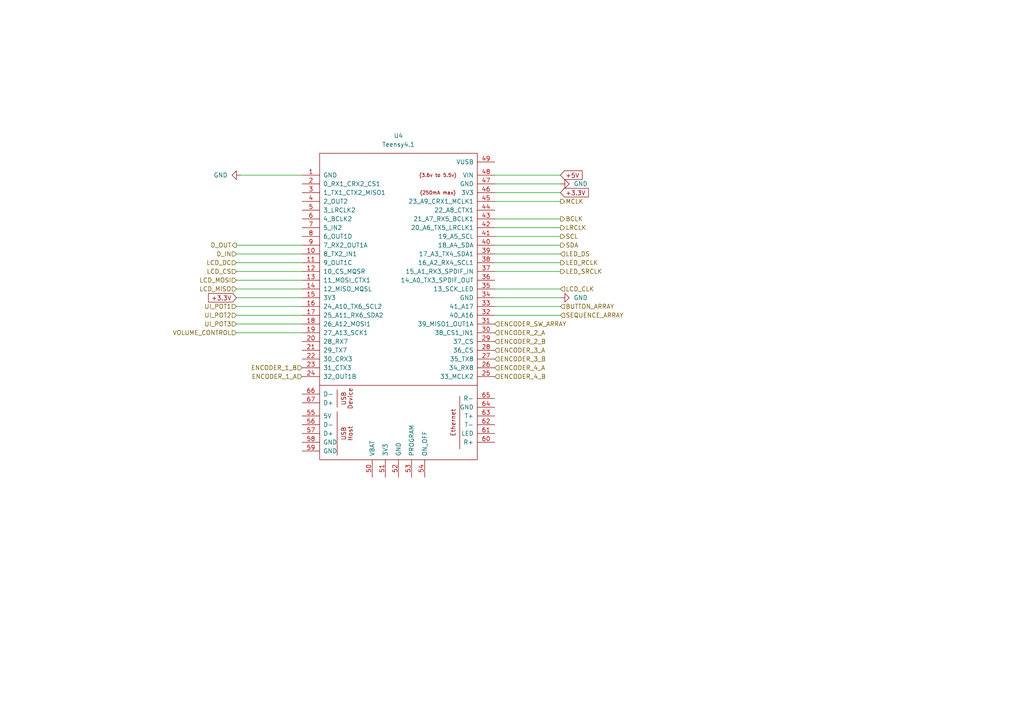
<source format=kicad_sch>
(kicad_sch (version 20230121) (generator eeschema)
  (paper "A4")
  (lib_symbols
    (symbol "power:GND" (power) (pin_names (offset 0))
      (property "Value" "GND" (at 0 -3.81 0))
      (symbol "GND_0_1"
        (polyline (pts (xy 0 0) (xy 0 -1.27) (xy 1.27 -1.27) (xy 0 -2.54) (xy -1.27 -1.27) (xy 0 -1.27)))
      )
      (symbol "GND_1_1"
        (pin power_in line (at 0 0 270) (length 0) hide (name "GND") (number "1"))
      )
    )
    (symbol "teensy:Teensy4.1" (pin_names (offset 1.016))
      (property "Reference" "U" (at 0 64.77 0))
      (property "Value" "Teensy4.1" (at 0 62.23 0))
      (symbol "Teensy4.1_0_0"
        (polyline (pts (xy -22.86 -6.35) (xy 22.86 -6.35)))
        (polyline (pts (xy -17.78 -26.67) (xy -17.78 -13.97)))
        (polyline (pts (xy -17.78 -7.62) (xy -17.78 -12.7)))
        (polyline (pts (xy 17.78 -9.525) (xy 17.78 -24.765)))
        (text "(250mA max)" (at 11.43 49.53 0) (effects (font (size 1.016 1.016))))
        (text "(3.6v to 5.5v)" (at 11.43 54.61 0) (effects (font (size 1.016 1.016))))
        (text "Device" (at -13.97 -10.16 900) (effects (font (size 1.27 1.27))))
        (text "Ethernet" (at 15.875 -17.145 900) (effects (font (size 1.27 1.27))))
        (text "Host" (at -13.97 -20.32 900) (effects (font (size 1.27 1.27))))
        (text "USB" (at -15.875 -20.32 900) (effects (font (size 1.27 1.27))))
        (text "USB" (at -15.875 -10.16 900) (effects (font (size 1.27 1.27))))
        (pin bidirectional line (at -27.94 31.75 0) (length 5.08) (name "8_TX2_IN1") (number "10"))
        (pin bidirectional line (at -27.94 29.21 0) (length 5.08) (name "9_OUT1C") (number "11"))
        (pin bidirectional line (at -27.94 26.67 0) (length 5.08) (name "10_CS_MQSR") (number "12"))
        (pin bidirectional line (at -27.94 24.13 0) (length 5.08) (name "11_MOSI_CTX1") (number "13"))
        (pin bidirectional line (at -27.94 21.59 0) (length 5.08) (name "12_MISO_MQSL") (number "14"))
        (pin power_in line (at -27.94 19.05 0) (length 5.08) (name "3V3") (number "15"))
        (pin bidirectional line (at -27.94 16.51 0) (length 5.08) (name "24_A10_TX6_SCL2") (number "16"))
        (pin bidirectional line (at -27.94 13.97 0) (length 5.08) (name "25_A11_RX6_SDA2") (number "17"))
        (pin bidirectional line (at -27.94 11.43 0) (length 5.08) (name "26_A12_MOSI1") (number "18"))
        (pin bidirectional line (at -27.94 8.89 0) (length 5.08) (name "27_A13_SCK1") (number "19"))
        (pin bidirectional line (at -27.94 6.35 0) (length 5.08) (name "28_RX7") (number "20"))
        (pin bidirectional line (at -27.94 3.81 0) (length 5.08) (name "29_TX7") (number "21"))
        (pin bidirectional line (at -27.94 1.27 0) (length 5.08) (name "30_CRX3") (number "22"))
        (pin bidirectional line (at -27.94 -1.27 0) (length 5.08) (name "31_CTX3") (number "23"))
        (pin bidirectional line (at -27.94 -3.81 0) (length 5.08) (name "32_OUT1B") (number "24"))
        (pin bidirectional line (at 27.94 -3.81 180) (length 5.08) (name "33_MCLK2") (number "25"))
        (pin bidirectional line (at 27.94 -1.27 180) (length 5.08) (name "34_RX8") (number "26"))
        (pin bidirectional line (at 27.94 1.27 180) (length 5.08) (name "35_TX8") (number "27"))
        (pin bidirectional line (at 27.94 3.81 180) (length 5.08) (name "36_CS") (number "28"))
        (pin bidirectional line (at 27.94 6.35 180) (length 5.08) (name "37_CS") (number "29"))
        (pin bidirectional line (at 27.94 8.89 180) (length 5.08) (name "38_CS1_IN1") (number "30"))
        (pin bidirectional line (at 27.94 11.43 180) (length 5.08) (name "39_MISO1_OUT1A") (number "31"))
        (pin bidirectional line (at 27.94 13.97 180) (length 5.08) (name "40_A16") (number "32"))
        (pin bidirectional line (at 27.94 16.51 180) (length 5.08) (name "41_A17") (number "33"))
        (pin bidirectional line (at 27.94 21.59 180) (length 5.08) (name "13_SCK_LED") (number "35"))
        (pin bidirectional line (at 27.94 24.13 180) (length 5.08) (name "14_A0_TX3_SPDIF_OUT") (number "36"))
        (pin bidirectional line (at 27.94 26.67 180) (length 5.08) (name "15_A1_RX3_SPDIF_IN") (number "37"))
        (pin bidirectional line (at 27.94 29.21 180) (length 5.08) (name "16_A2_RX4_SCL1") (number "38"))
        (pin bidirectional line (at 27.94 31.75 180) (length 5.08) (name "17_A3_TX4_SDA1") (number "39"))
        (pin bidirectional line (at 27.94 34.29 180) (length 5.08) (name "18_A4_SDA") (number "40"))
        (pin bidirectional line (at 27.94 36.83 180) (length 5.08) (name "19_A5_SCL") (number "41"))
        (pin bidirectional line (at 27.94 39.37 180) (length 5.08) (name "20_A6_TX5_LRCLK1") (number "42"))
        (pin bidirectional line (at 27.94 41.91 180) (length 5.08) (name "21_A7_RX5_BCLK1") (number "43"))
        (pin bidirectional line (at 27.94 44.45 180) (length 5.08) (name "22_A8_CTX1") (number "44"))
        (pin bidirectional line (at 27.94 46.99 180) (length 5.08) (name "23_A9_CRX1_MCLK1") (number "45"))
        (pin output line (at 27.94 49.53 180) (length 5.08) (name "3V3") (number "46"))
        (pin output line (at 27.94 52.07 180) (length 5.08) (name "GND") (number "47"))
        (pin power_in line (at 27.94 54.61 180) (length 5.08) (name "VIN") (number "48"))
        (pin power_out line (at 27.94 58.42 180) (length 5.08) (name "VUSB") (number "49"))
        (pin bidirectional line (at -27.94 44.45 0) (length 5.08) (name "3_LRCLK2") (number "5"))
        (pin power_in line (at -7.62 -33.02 90) (length 5.08) (name "VBAT") (number "50"))
        (pin power_in line (at -3.81 -33.02 90) (length 5.08) (name "3V3") (number "51"))
        (pin input line (at 0 -33.02 90) (length 5.08) (name "GND") (number "52"))
        (pin input line (at 3.81 -33.02 90) (length 5.08) (name "PROGRAM") (number "53"))
        (pin input line (at 7.62 -33.02 90) (length 5.08) (name "ON_OFF") (number "54"))
        (pin power_out line (at -27.94 -15.24 0) (length 5.08) (name "5V") (number "55"))
        (pin bidirectional line (at -27.94 -17.78 0) (length 5.08) (name "D-") (number "56"))
        (pin bidirectional line (at -27.94 -20.32 0) (length 5.08) (name "D+") (number "57"))
        (pin power_in line (at -27.94 -22.86 0) (length 5.08) (name "GND") (number "58"))
        (pin power_in line (at -27.94 -25.4 0) (length 5.08) (name "GND") (number "59"))
        (pin bidirectional line (at -27.94 41.91 0) (length 5.08) (name "4_BCLK2") (number "6"))
        (pin bidirectional line (at 27.94 -22.86 180) (length 5.08) (name "R+") (number "60"))
        (pin bidirectional line (at 27.94 -20.32 180) (length 5.08) (name "LED") (number "61"))
        (pin bidirectional line (at 27.94 -17.78 180) (length 5.08) (name "T-") (number "62"))
        (pin bidirectional line (at 27.94 -15.24 180) (length 5.08) (name "T+") (number "63"))
        (pin power_in line (at 27.94 -12.7 180) (length 5.08) (name "GND") (number "64"))
        (pin bidirectional line (at 27.94 -10.16 180) (length 5.08) (name "R-") (number "65"))
        (pin bidirectional line (at -27.94 -8.89 0) (length 5.08) (name "D-") (number "66"))
        (pin bidirectional line (at -27.94 -11.43 0) (length 5.08) (name "D+") (number "67"))
        (pin bidirectional line (at -27.94 39.37 0) (length 5.08) (name "5_IN2") (number "7"))
        (pin bidirectional line (at -27.94 36.83 0) (length 5.08) (name "6_OUT1D") (number "8"))
        (pin bidirectional line (at -27.94 34.29 0) (length 5.08) (name "7_RX2_OUT1A") (number "9"))
      )
      (symbol "Teensy4.1_0_1"
        (rectangle (start -22.86 60.96) (end 22.86 -27.94))
        (rectangle (start -20.32 -1.27) (end -20.32 -1.27))
      )
      (symbol "Teensy4.1_1_1"
        (pin power_in line (at -27.94 54.61 0) (length 5.08) (name "GND") (number "1"))
        (pin bidirectional line (at -27.94 52.07 0) (length 5.08) (name "0_RX1_CRX2_CS1") (number "2"))
        (pin bidirectional line (at -27.94 49.53 0) (length 5.08) (name "1_TX1_CTX2_MISO1") (number "3"))
        (pin power_in line (at 27.94 19.05 180) (length 5.08) (name "GND") (number "34"))
        (pin bidirectional line (at -27.94 46.99 0) (length 5.08) (name "2_OUT2") (number "4"))
      )
    )
  )
  (wire (pts (xy 143.51 86.36) (xy 162.56 86.36)))
  (wire (pts (xy 68.58 86.36) (xy 87.63 86.36)))
  (wire (pts (xy 68.58 73.66) (xy 87.63 73.66)))
  (wire (pts (xy 143.51 63.5) (xy 162.56 63.5)))
  (wire (pts (xy 162.56 76.2) (xy 143.51 76.2)))
  (wire (pts (xy 143.51 55.88) (xy 162.56 55.88)))
  (wire (pts (xy 162.56 50.8) (xy 143.51 50.8)))
  (wire (pts (xy 68.58 83.82) (xy 87.63 83.82)))
  (wire (pts (xy 68.58 88.9) (xy 87.63 88.9)))
  (wire (pts (xy 68.58 81.28) (xy 87.63 81.28)))
  (wire (pts (xy 162.56 88.9) (xy 143.51 88.9)))
  (wire (pts (xy 143.51 66.04) (xy 162.56 66.04)))
  (wire (pts (xy 68.58 93.98) (xy 87.63 93.98)))
  (wire (pts (xy 143.51 53.34) (xy 162.56 53.34)))
  (wire (pts (xy 68.58 78.74) (xy 87.63 78.74)))
  (wire (pts (xy 143.51 68.58) (xy 162.56 68.58)))
  (wire (pts (xy 68.58 96.52) (xy 87.63 96.52)))
  (wire (pts (xy 162.56 83.82) (xy 143.51 83.82)))
  (wire (pts (xy 68.58 76.2) (xy 87.63 76.2)))
  (wire (pts (xy 162.56 73.66) (xy 143.51 73.66)))
  (wire (pts (xy 162.56 78.74) (xy 143.51 78.74)))
  (wire (pts (xy 68.58 71.12) (xy 87.63 71.12)))
  (wire (pts (xy 143.51 58.42) (xy 162.56 58.42)))
  (wire (pts (xy 143.51 71.12) (xy 162.56 71.12)))
  (wire (pts (xy 69.85 50.8) (xy 87.63 50.8)))
  (wire (pts (xy 143.51 91.44) (xy 162.56 91.44)))
  (wire (pts (xy 68.58 91.44) (xy 87.63 91.44)))
  (global_label "+5V" (shape input) (at 162.56 50.8 0) (property "Intersheetrefs" "${INTERSHEET_REFS}" (effects hide)))
  (global_label "+3.3V" (shape input) (at 68.58 86.36 180) (property "Intersheetrefs" "${INTERSHEET_REFS}" (effects hide)))
  (global_label "+3.3V" (shape input) (at 162.56 55.88 0) (property "Intersheetrefs" "${INTERSHEET_REFS}" (effects hide)))
  (hierarchical_label "UI_POT3" (shape input) (at 68.58 93.98 180))
  (hierarchical_label "LED_RCLK" (shape output) (at 162.56 76.2 0))
  (hierarchical_label "D_IN" (shape input) (at 68.58 73.66 180))
  (hierarchical_label "MCLK" (shape output) (at 162.56 58.42 0))
  (hierarchical_label "ENCODER_3_A" (shape input) (at 143.51 101.6 0))
  (hierarchical_label "LCD_DC" (shape input) (at 68.58 76.2 180))
  (hierarchical_label "VOLUME_CONTROL" (shape input) (at 68.58 96.52 180))
  (hierarchical_label "SDA" (shape output) (at 162.56 71.12 0))
  (hierarchical_label "LCD_CLK" (shape input) (at 162.56 83.82 0))
  (hierarchical_label "ENCODER_4_A" (shape input) (at 143.51 106.68 0))
  (hierarchical_label "LCD_MISO" (shape input) (at 68.58 83.82 180))
  (hierarchical_label "LCD_CS" (shape input) (at 68.58 78.74 180))
  (hierarchical_label "BCLK" (shape output) (at 162.56 63.5 0))
  (hierarchical_label "LED_DS" (shape input) (at 162.56 73.66 0))
  (hierarchical_label "D_OUT" (shape output) (at 68.58 71.12 180))
  (hierarchical_label "SEQUENCE_ARRAY" (shape input) (at 162.56 91.44 0))
  (hierarchical_label "BUTTON_ARRAY" (shape input) (at 162.56 88.9 0))
  (hierarchical_label "UI_POT1" (shape input) (at 68.58 88.9 180))
  (hierarchical_label "ENCODER_1_B" (shape input) (at 87.63 106.68 180))
  (hierarchical_label "LCD_MOSI" (shape input) (at 68.58 81.28 180))
  (hierarchical_label "ENCODER_2_A" (shape input) (at 143.51 96.52 0))
  (hierarchical_label "LRCLK" (shape output) (at 162.56 66.04 0))
  (hierarchical_label "LED_SRCLK" (shape output) (at 162.56 78.74 0))
  (hierarchical_label "ENCODER_3_B" (shape input) (at 143.51 104.14 0))
  (hierarchical_label "ENCODER_1_A" (shape input) (at 87.63 109.22 180))
  (hierarchical_label "UI_POT2" (shape input) (at 68.58 91.44 180))
  (hierarchical_label "ENCODER_4_B" (shape input) (at 143.51 109.22 0))
  (hierarchical_label "SCL" (shape output) (at 162.56 68.58 0))
  (hierarchical_label "ENCODER_2_B" (shape input) (at 143.51 99.06 0))
  (hierarchical_label "ENCODER_SW_ARRAY" (shape input) (at 143.51 93.98 0))
  (symbol (lib_id "power:GND") (at 162.56 53.34 90) (unit 1)
    (property "Reference" "#PWR019" (effects hide))
    (property "Value" "GND" (at 166.37 53.3399 90) (effects (justify right)))
  )
  (symbol (lib_id "power:GND") (at 69.85 50.8 270) (unit 1)
    (property "Reference" "#PWR018" (effects hide))
    (property "Value" "GND" (at 66.04 50.7999 90) (effects (justify right)))
  )
  (symbol (lib_id "teensy:Teensy4.1") (at 115.57 105.41 0) (unit 1)
    (property "Reference" "U4" (at 115.57 39.37 0))
    (property "Value" "Teensy4.1" (at 115.57 41.91 0))
    (property "Footprint" "teensy:Teensy41" (effects hide))
  )
  (symbol (lib_id "power:GND") (at 162.56 86.36 90) (unit 1)
    (property "Reference" "#PWR020" (effects hide))
    (property "Value" "GND" (at 166.37 86.3599 90) (effects (justify right)))
  )
)
</source>
